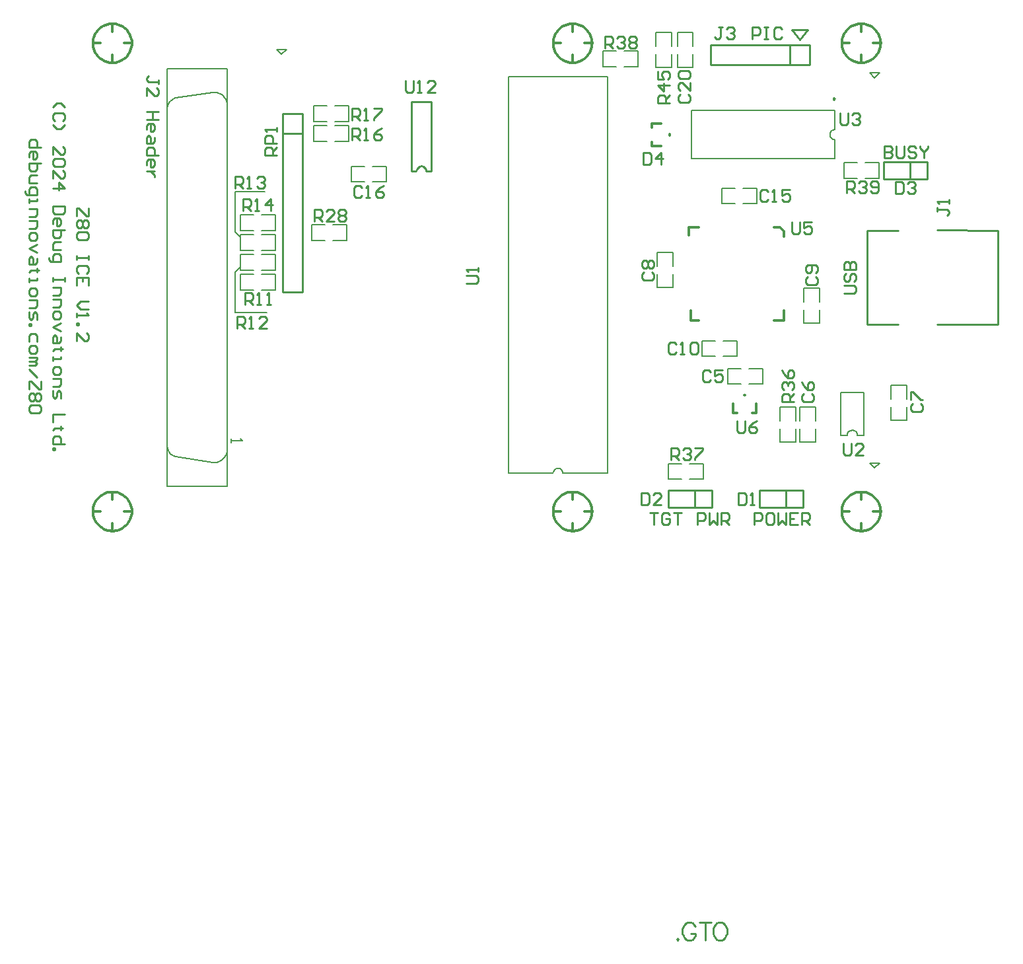
<source format=gto>
%FSLAX44Y44*%
%MOMM*%
G71*
G01*
G75*
%ADD10C,0.2000*%
%ADD11O,0.6000X2.2000*%
%ADD12O,0.6000X2.2000*%
%ADD13R,1.5240X1.5240*%
%ADD14R,1.5240X1.2700*%
%ADD15R,1.2700X1.5240*%
%ADD16O,2.0320X0.6096*%
%ADD17R,0.4064X1.9050*%
%ADD18R,1.9050X0.4064*%
%ADD19C,1.0000*%
%ADD20R,0.9144X0.9144*%
%ADD21R,1.2700X0.9144*%
%ADD22R,1.5000X0.4000*%
%ADD23R,0.9144X1.2700*%
%ADD24C,0.2540*%
%ADD25C,0.3000*%
%ADD26C,1.0000*%
%ADD27C,0.5000*%
%ADD28C,0.8000*%
%ADD29C,0.6000*%
%ADD30C,0.2286*%
%ADD31C,1.6000*%
%ADD32R,1.6000X1.6000*%
%ADD33C,1.5000*%
%ADD34R,1.5000X1.5000*%
%ADD35C,1.4500*%
%ADD36R,1.4500X1.4500*%
%ADD37C,1.6510*%
%ADD38C,3.6000*%
%ADD39C,0.8000*%
%ADD40O,2.5400X0.7500*%
%ADD41R,2.5400X0.7500*%
%ADD42C,0.4000*%
%ADD43C,0.7000*%
%ADD44C,0.2500*%
%ADD45C,0.3048*%
%ADD46C,0.1500*%
D10*
X3074086Y2425547D02*
X3071656Y2425064D01*
X3069596Y2423687D01*
X3068219Y2421627D01*
X3067736Y2419197D01*
X3068219Y2416767D01*
X3069596Y2414707D01*
X3071656Y2413331D01*
X3074086Y2412847D01*
X3103179Y2033977D02*
X3102678Y2036496D01*
X3101251Y2038632D01*
X3099115Y2040059D01*
X3096596Y2040560D01*
X3094077Y2040059D01*
X3091941Y2038632D01*
X3090514Y2036496D01*
X3090013Y2033977D01*
X2725546Y1985137D02*
X2725062Y1987567D01*
X2723686Y1989627D01*
X2721626Y1991004D01*
X2719196Y1991487D01*
X2716766Y1991004D01*
X2714706Y1989627D01*
X2713329Y1987567D01*
X2712846Y1985137D01*
X2276290Y1999226D02*
X2278825Y1999069D01*
X2281354Y1999306D01*
X2283815Y1999933D01*
X2286150Y2000932D01*
X2288302Y2002282D01*
X2290218Y2003948D01*
X2291854Y2005891D01*
X2293169Y2008064D01*
X2294131Y2010414D01*
X2294718Y2012885D01*
X2294916Y2015417D01*
X2217916Y2021767D02*
X2218113Y2019248D01*
X2218699Y2016790D01*
X2219660Y2014453D01*
X2220974Y2012295D01*
X2222606Y2010366D01*
X2224519Y2008715D01*
X2226665Y2007382D01*
X2228993Y2006398D01*
X2228993Y2466236D02*
X2226665Y2465252D01*
X2224519Y2463919D01*
X2222606Y2462268D01*
X2220974Y2460339D01*
X2219660Y2458181D01*
X2218699Y2455844D01*
X2218113Y2453386D01*
X2217916Y2450867D01*
X2294916Y2457217D02*
X2294718Y2459749D01*
X2294131Y2462220D01*
X2293169Y2464570D01*
X2291854Y2466743D01*
X2290218Y2468686D01*
X2288302Y2470352D01*
X2286150Y2471702D01*
X2283815Y2472701D01*
X2281354Y2473327D01*
X2278825Y2473565D01*
X2276290Y2473408D01*
X2890086Y2388197D02*
X3074086D01*
X2890086Y2450197D02*
X3074086D01*
X2890086Y2388197D02*
Y2450197D01*
X3074086Y2388197D02*
Y2412847D01*
Y2425547D02*
Y2450197D01*
X3085542Y2383197D02*
X3102892D01*
X3085542Y2363197D02*
X3102892D01*
X3113052D02*
X3130402D01*
X3113052Y2383197D02*
X3130402D01*
X3085542Y2363197D02*
Y2383197D01*
X3130402Y2363197D02*
Y2383197D01*
X2776658Y2526121D02*
X2794008D01*
X2776658Y2506121D02*
X2794008D01*
X2804168D02*
X2821518D01*
X2804168Y2526121D02*
X2821518D01*
X2776658Y2506121D02*
Y2526121D01*
X2821518Y2506121D02*
Y2526121D01*
X2872168Y2549981D02*
X2892168D01*
X2872168Y2505121D02*
X2892168D01*
X2872168Y2532631D02*
Y2549981D01*
X2892168Y2532631D02*
Y2549981D01*
Y2505121D02*
Y2522471D01*
X2872168Y2505121D02*
Y2522471D01*
X2888016Y1977483D02*
X2905367D01*
X2888016Y1997483D02*
X2905367D01*
X2860506D02*
X2877856D01*
X2860506Y1977483D02*
X2877856D01*
X2905367D02*
Y1997483D01*
X2860506Y1977483D02*
Y1997483D01*
X2364916Y2522017D02*
X2371266Y2528367D01*
X2358566D02*
X2364916Y2522017D01*
X2358566Y2528367D02*
X2371266D01*
X3124916Y1992017D02*
X3131266Y1998367D01*
X3118566D02*
X3124916Y1992017D01*
X3118566Y1998367D02*
X3131266D01*
X3124916Y2492017D02*
X3131266Y2498367D01*
X3118566D02*
X3124916Y2492017D01*
X3118566Y2498367D02*
X3131266D01*
X3081846Y2033977D02*
Y2088477D01*
X3103179Y2033977D02*
X3111346D01*
X3081846D02*
X3090013D01*
X3081846Y2088477D02*
X3111346D01*
Y2033977D02*
Y2088477D01*
X3049236Y2052447D02*
Y2069797D01*
X3029236Y2052447D02*
Y2069797D01*
Y2024937D02*
Y2042287D01*
X3049236Y2024937D02*
Y2042287D01*
X3029236Y2069797D02*
X3049236D01*
X3029236Y2024937D02*
X3049236D01*
X2782696Y1985137D02*
Y2493137D01*
X2655696D02*
X2782696D01*
X2655696Y1985137D02*
Y2493137D01*
Y1985137D02*
X2712846D01*
X2725546D02*
X2782696D01*
X3146076Y2097737D02*
X3166076D01*
X3146076Y2052877D02*
X3166076D01*
X3146076Y2080387D02*
Y2097737D01*
X3166076Y2080387D02*
Y2097737D01*
Y2052877D02*
Y2070227D01*
X3146076Y2052877D02*
Y2070227D01*
X3034316Y2177337D02*
X3054316D01*
X3034316Y2222197D02*
X3054316D01*
Y2177337D02*
Y2194687D01*
X3034316Y2177337D02*
Y2194687D01*
Y2204847D02*
Y2222197D01*
X3054316Y2204847D02*
Y2222197D01*
X2903776Y2135157D02*
Y2155157D01*
X2948636Y2135157D02*
Y2155157D01*
X2903776Y2135157D02*
X2921126D01*
X2903776Y2155157D02*
X2921126D01*
X2931286D02*
X2948636D01*
X2931286Y2135157D02*
X2948636D01*
X2929176Y2330737D02*
Y2350737D01*
X2974036Y2330737D02*
Y2350737D01*
X2929176Y2330737D02*
X2946526D01*
X2929176Y2350737D02*
X2946526D01*
X2956686D02*
X2974036D01*
X2956686Y2330737D02*
X2974036D01*
X2499056Y2358677D02*
Y2378677D01*
X2454196Y2358677D02*
Y2378677D01*
X2481706D02*
X2499056D01*
X2481706Y2358677D02*
X2499056D01*
X2454196D02*
X2471546D01*
X2454196Y2378677D02*
X2471546D01*
X3023836Y2052447D02*
Y2069797D01*
X3003836Y2052447D02*
Y2069797D01*
Y2024937D02*
Y2042287D01*
X3023836Y2024937D02*
Y2042287D01*
X3003836Y2069797D02*
X3023836D01*
X3003836Y2024937D02*
X3023836D01*
X2866356Y2250567D02*
Y2267917D01*
X2846356Y2250567D02*
Y2267917D01*
Y2223057D02*
Y2240407D01*
X2866356Y2223057D02*
Y2240407D01*
X2846356Y2267917D02*
X2866356D01*
X2846356Y2223057D02*
X2866356D01*
X2936796Y2119597D02*
X2954146D01*
X2936796Y2099597D02*
X2954146D01*
X2964306D02*
X2981656D01*
X2964306Y2119597D02*
X2981656D01*
X2936796Y2099597D02*
Y2119597D01*
X2981656Y2099597D02*
Y2119597D01*
X2405936Y2435867D02*
Y2455867D01*
X2450796Y2435867D02*
Y2455867D01*
X2405936Y2435867D02*
X2423286D01*
X2405936Y2455867D02*
X2423286D01*
X2433446D02*
X2450796D01*
X2433446Y2435867D02*
X2450796D01*
X2405936Y2410467D02*
Y2430467D01*
X2450796Y2410467D02*
Y2430467D01*
X2405936Y2410467D02*
X2423286D01*
X2405936Y2430467D02*
X2423286D01*
X2433446D02*
X2450796D01*
X2433446Y2410467D02*
X2450796D01*
X2311930Y2296167D02*
Y2316167D01*
X2356790Y2296167D02*
Y2316167D01*
X2311930Y2296167D02*
X2329280D01*
X2311930Y2316167D02*
X2329280D01*
X2339440D02*
X2356790D01*
X2339440Y2296167D02*
X2356790D01*
X2339440Y2270767D02*
X2356790D01*
X2339440Y2290767D02*
X2356790D01*
X2311930D02*
X2329280D01*
X2311930Y2270767D02*
X2329280D01*
X2356790D02*
Y2290767D01*
X2311930Y2270767D02*
Y2290767D01*
X2403396Y2283467D02*
Y2303467D01*
X2448256Y2283467D02*
Y2303467D01*
X2403396Y2283467D02*
X2420746D01*
X2403396Y2303467D02*
X2420746D01*
X2430906D02*
X2448256D01*
X2430906Y2283467D02*
X2448256D01*
X2311930Y2245367D02*
Y2265367D01*
X2356790Y2245367D02*
Y2265367D01*
X2311930Y2245367D02*
X2329280D01*
X2311930Y2265367D02*
X2329280D01*
X2339440D02*
X2356790D01*
X2339440Y2245367D02*
X2356790D01*
X2311930Y2219967D02*
Y2239967D01*
X2356790Y2219967D02*
Y2239967D01*
X2311930Y2219967D02*
X2329280D01*
X2311930Y2239967D02*
X2329280D01*
X2339440D02*
X2356790D01*
X2339440Y2219967D02*
X2356790D01*
X2228993Y2466236D02*
X2276290Y2473408D01*
X2228993Y2006398D02*
X2276290Y1999226D01*
X2217916Y1968767D02*
Y2503767D01*
Y1968767D02*
X2294916D01*
Y2503767D01*
X2217916D02*
X2294916D01*
X2844753Y2505121D02*
Y2522471D01*
X2864753Y2505121D02*
Y2522471D01*
Y2532631D02*
Y2549981D01*
X2844753Y2532631D02*
Y2549981D01*
Y2505121D02*
X2864753D01*
X2844753Y2549981D02*
X2864753D01*
X2305176Y2242543D02*
X2311930Y2249297D01*
X2305176Y2190877D02*
Y2242543D01*
Y2294151D02*
X2311930Y2287397D01*
X2305176Y2294151D02*
Y2345817D01*
X2343276D01*
X2305176Y2190877D02*
X2345816D01*
D24*
X2550286Y2372487D02*
X2549802Y2374917D01*
X2548426Y2376977D01*
X2546366Y2378354D01*
X2543936Y2378837D01*
X2541506Y2378354D01*
X2539446Y2376977D01*
X2538069Y2374917D01*
X2537586Y2372487D01*
X3136340Y2384197D02*
X3192630D01*
X3136340Y2362197D02*
X3192630D01*
X3136340D02*
Y2384197D01*
X3192630Y2362197D02*
Y2384197D01*
X3170310Y2362197D02*
Y2384197D01*
X3019076Y2553577D02*
X3039076D01*
X3029076Y2541077D02*
X3039076Y2553577D01*
X3019076D02*
X3029076Y2541077D01*
X3016376Y2508377D02*
Y2533777D01*
X3041776Y2508377D02*
Y2533777D01*
X2914776Y2508377D02*
X3041776D01*
X2914776Y2533777D02*
X3041776D01*
X2914776Y2508377D02*
Y2533777D01*
X2860596Y1963117D02*
X2916886D01*
X2860596Y1941117D02*
X2916886D01*
X2860596D02*
Y1963117D01*
X2916886Y1941117D02*
Y1963117D01*
X2894566Y1941117D02*
Y1963117D01*
X2977436D02*
X3033726D01*
X2977436Y1941117D02*
X3033726D01*
X2977436D02*
Y1963117D01*
X3033726Y1941117D02*
Y1963117D01*
X3011406Y1941117D02*
Y1963117D01*
X2550286Y2372487D02*
X2556636D01*
X2531236D02*
X2537586D01*
X2531236D02*
Y2461387D01*
X2556636D01*
Y2372487D02*
Y2461387D01*
X2366136Y2217417D02*
Y2446017D01*
Y2217417D02*
X2391536D01*
Y2446017D01*
X2366136D02*
X2391536D01*
X2366136Y2420617D02*
X2391536D01*
X3204916Y2296817D02*
X3283166Y2296567D01*
Y2175817D02*
Y2296567D01*
X3204916Y2175817D02*
X3283166D01*
X3115916Y2175817D02*
X3155416D01*
X3115916Y2175817D02*
Y2296567D01*
X3115916Y2296567D02*
X3155416D01*
X2523616Y2488052D02*
Y2475356D01*
X2526155Y2472817D01*
X2531233D01*
X2533772Y2475356D01*
Y2488052D01*
X2538851Y2472817D02*
X2543929D01*
X2541390D01*
Y2488052D01*
X2538851Y2485513D01*
X2561703Y2472817D02*
X2551547D01*
X2561703Y2482974D01*
Y2485513D01*
X2559164Y2488052D01*
X2554086D01*
X2551547Y2485513D01*
X3088850Y2344777D02*
Y2360012D01*
X3096467D01*
X3099007Y2357473D01*
Y2352395D01*
X3096467Y2349855D01*
X3088850D01*
X3093928D02*
X3099007Y2344777D01*
X3104085Y2357473D02*
X3106624Y2360012D01*
X3111702D01*
X3114242Y2357473D01*
Y2354934D01*
X3111702Y2352395D01*
X3109163D01*
X3111702D01*
X3114242Y2349855D01*
Y2347316D01*
X3111702Y2344777D01*
X3106624D01*
X3104085Y2347316D01*
X3119320D02*
X3121859Y2344777D01*
X3126938D01*
X3129477Y2347316D01*
Y2357473D01*
X3126938Y2360012D01*
X3121859D01*
X3119320Y2357473D01*
Y2354934D01*
X3121859Y2352395D01*
X3129477D01*
X2779028Y2529669D02*
Y2544904D01*
X2786645D01*
X2789184Y2542365D01*
Y2537287D01*
X2786645Y2534747D01*
X2779028D01*
X2784106D02*
X2789184Y2529669D01*
X2794263Y2542365D02*
X2796802Y2544904D01*
X2801880D01*
X2804419Y2542365D01*
Y2539826D01*
X2801880Y2537287D01*
X2799341D01*
X2801880D01*
X2804419Y2534747D01*
Y2532208D01*
X2801880Y2529669D01*
X2796802D01*
X2794263Y2532208D01*
X2809498Y2542365D02*
X2812037Y2544904D01*
X2817115D01*
X2819655Y2542365D01*
Y2539826D01*
X2817115Y2537287D01*
X2819655Y2534747D01*
Y2532208D01*
X2817115Y2529669D01*
X2812037D01*
X2809498Y2532208D01*
Y2534747D01*
X2812037Y2537287D01*
X2809498Y2539826D01*
Y2542365D01*
X2812037Y2537287D02*
X2817115D01*
X2828527Y2396486D02*
Y2381251D01*
X2836144D01*
X2838683Y2383790D01*
Y2393947D01*
X2836144Y2396486D01*
X2828527D01*
X2851379Y2381251D02*
Y2396486D01*
X2843762Y2388869D01*
X2853918D01*
X3137849Y2404270D02*
Y2389035D01*
X3145467D01*
X3148006Y2391575D01*
Y2394114D01*
X3145467Y2396653D01*
X3137849D01*
X3145467D01*
X3148006Y2399192D01*
Y2401731D01*
X3145467Y2404270D01*
X3137849D01*
X3153084D02*
Y2391575D01*
X3155623Y2389035D01*
X3160702D01*
X3163241Y2391575D01*
Y2404270D01*
X3178476Y2401731D02*
X3175937Y2404270D01*
X3170858D01*
X3168319Y2401731D01*
Y2399192D01*
X3170858Y2396653D01*
X3175937D01*
X3178476Y2394114D01*
Y2391575D01*
X3175937Y2389035D01*
X3170858D01*
X3168319Y2391575D01*
X3183554Y2404270D02*
Y2401731D01*
X3188633Y2396653D01*
X3193711Y2401731D01*
Y2404270D01*
X3188633Y2396653D02*
Y2389035D01*
X3151973Y2358526D02*
Y2343291D01*
X3159590D01*
X3162130Y2345830D01*
Y2355987D01*
X3159590Y2358526D01*
X3151973D01*
X3167208Y2355987D02*
X3169747Y2358526D01*
X3174825D01*
X3177365Y2355987D01*
Y2353448D01*
X3174825Y2350908D01*
X3172286D01*
X3174825D01*
X3177365Y2348369D01*
Y2345830D01*
X3174825Y2343291D01*
X3169747D01*
X3167208Y2345830D01*
X2949053Y2051980D02*
Y2039284D01*
X2951592Y2036745D01*
X2956670D01*
X2959209Y2039284D01*
Y2051980D01*
X2974445D02*
X2969366Y2049441D01*
X2964288Y2044363D01*
Y2039284D01*
X2966827Y2036745D01*
X2971905D01*
X2974445Y2039284D01*
Y2041824D01*
X2971905Y2044363D01*
X2964288D01*
X3018590Y2306902D02*
Y2294207D01*
X3021129Y2291667D01*
X3026208D01*
X3028747Y2294207D01*
Y2306902D01*
X3043982D02*
X3033825D01*
Y2299285D01*
X3038904Y2301824D01*
X3041443D01*
X3043982Y2299285D01*
Y2294207D01*
X3041443Y2291667D01*
X3036365D01*
X3033825Y2294207D01*
X3080941Y2446499D02*
Y2433803D01*
X3083480Y2431264D01*
X3088558D01*
X3091097Y2433803D01*
Y2446499D01*
X3096176Y2443960D02*
X3098715Y2446499D01*
X3103793D01*
X3106332Y2443960D01*
Y2441420D01*
X3103793Y2438881D01*
X3101254D01*
X3103793D01*
X3106332Y2436342D01*
Y2433803D01*
X3103793Y2431264D01*
X3098715D01*
X3096176Y2433803D01*
X3084956Y2023232D02*
Y2010536D01*
X3087495Y2007997D01*
X3092573D01*
X3095113Y2010536D01*
Y2023232D01*
X3110348Y2007997D02*
X3100191D01*
X3110348Y2018154D01*
Y2020693D01*
X3107808Y2023232D01*
X3102730D01*
X3100191Y2020693D01*
X2601526Y2228727D02*
X2614222D01*
X2616761Y2231266D01*
Y2236344D01*
X2614222Y2238883D01*
X2601526D01*
X2616761Y2243962D02*
Y2249040D01*
Y2246501D01*
X2601526D01*
X2604065Y2243962D01*
X2358516Y2392677D02*
X2343281D01*
Y2400294D01*
X2345820Y2402834D01*
X2350898D01*
X2353437Y2400294D01*
Y2392677D01*
Y2397755D02*
X2358516Y2402834D01*
Y2407912D02*
X2343281D01*
Y2415530D01*
X2345820Y2418069D01*
X2350898D01*
X2353437Y2415530D01*
Y2407912D01*
X2358516Y2423147D02*
Y2428226D01*
Y2425686D01*
X2343281D01*
X2345820Y2423147D01*
X2968116Y2541397D02*
Y2556632D01*
X2975733D01*
X2978272Y2554093D01*
Y2549014D01*
X2975733Y2546475D01*
X2968116D01*
X2983351Y2556632D02*
X2988429D01*
X2985890D01*
Y2541397D01*
X2983351D01*
X2988429D01*
X3006203Y2554093D02*
X3003664Y2556632D01*
X2998586D01*
X2996047Y2554093D01*
Y2543936D01*
X2998586Y2541397D01*
X3003664D01*
X3006203Y2543936D01*
X2930013Y2556632D02*
X2924934D01*
X2927473D01*
Y2543936D01*
X2924934Y2541397D01*
X2922395D01*
X2919856Y2543936D01*
X2935091Y2554093D02*
X2937630Y2556632D01*
X2942708D01*
X2945247Y2554093D01*
Y2551554D01*
X2942708Y2549014D01*
X2940169D01*
X2942708D01*
X2945247Y2546475D01*
Y2543936D01*
X2942708Y2541397D01*
X2937630D01*
X2935091Y2543936D01*
X3086217Y2215710D02*
X3098913D01*
X3101452Y2218250D01*
Y2223328D01*
X3098913Y2225867D01*
X3086217D01*
X3088756Y2241102D02*
X3086217Y2238563D01*
Y2233485D01*
X3088756Y2230945D01*
X3091295D01*
X3093835Y2233485D01*
Y2238563D01*
X3096374Y2241102D01*
X3098913D01*
X3101452Y2238563D01*
Y2233485D01*
X3098913Y2230945D01*
X3086217Y2246181D02*
X3101452D01*
Y2253798D01*
X3098913Y2256337D01*
X3096374D01*
X3093835Y2253798D01*
Y2246181D01*
Y2253798D01*
X3091295Y2256337D01*
X3088756D01*
X3086217Y2253798D01*
Y2246181D01*
X3205261Y2325494D02*
Y2320415D01*
Y2322955D01*
X3217957D01*
X3220496Y2320415D01*
Y2317876D01*
X3217957Y2315337D01*
X3220496Y2330572D02*
Y2335650D01*
Y2333111D01*
X3205261D01*
X3207800Y2330572D01*
X2836916Y1934332D02*
X2847072D01*
X2841994D01*
Y1919097D01*
X2862307Y1931793D02*
X2859768Y1934332D01*
X2854690D01*
X2852151Y1931793D01*
Y1921636D01*
X2854690Y1919097D01*
X2859768D01*
X2862307Y1921636D01*
Y1926714D01*
X2857229D01*
X2867386Y1934332D02*
X2877543D01*
X2872464D01*
Y1919097D01*
X2897856D02*
Y1934332D01*
X2905474D01*
X2908013Y1931793D01*
Y1926714D01*
X2905474Y1924175D01*
X2897856D01*
X2913091Y1934332D02*
Y1919097D01*
X2918169Y1924175D01*
X2923248Y1919097D01*
Y1934332D01*
X2928326Y1919097D02*
Y1934332D01*
X2935944D01*
X2938483Y1931793D01*
Y1926714D01*
X2935944Y1924175D01*
X2928326D01*
X2933405D02*
X2938483Y1919097D01*
X2825876Y1959732D02*
Y1944497D01*
X2833493D01*
X2836032Y1947036D01*
Y1957193D01*
X2833493Y1959732D01*
X2825876D01*
X2851267Y1944497D02*
X2841111D01*
X2851267Y1954654D01*
Y1957193D01*
X2848728Y1959732D01*
X2843650D01*
X2841111Y1957193D01*
X2970656Y1919097D02*
Y1934332D01*
X2978273D01*
X2980812Y1931793D01*
Y1926714D01*
X2978273Y1924175D01*
X2970656D01*
X2993508Y1934332D02*
X2988430D01*
X2985891Y1931793D01*
Y1921636D01*
X2988430Y1919097D01*
X2993508D01*
X2996047Y1921636D01*
Y1931793D01*
X2993508Y1934332D01*
X3001126D02*
Y1919097D01*
X3006204Y1924175D01*
X3011283Y1919097D01*
Y1934332D01*
X3026518D02*
X3016361D01*
Y1919097D01*
X3026518D01*
X3016361Y1926714D02*
X3021439D01*
X3031596Y1919097D02*
Y1934332D01*
X3039214D01*
X3041753Y1931793D01*
Y1926714D01*
X3039214Y1924175D01*
X3031596D01*
X3036674D02*
X3041753Y1919097D01*
X2950336Y1959732D02*
Y1944497D01*
X2957953D01*
X2960493Y1947036D01*
Y1957193D01*
X2957953Y1959732D01*
X2950336D01*
X2965571Y1944497D02*
X2970649D01*
X2968110D01*
Y1959732D01*
X2965571Y1957193D01*
X2467733Y2350893D02*
X2465193Y2353432D01*
X2460115D01*
X2457576Y2350893D01*
Y2340736D01*
X2460115Y2338197D01*
X2465193D01*
X2467733Y2340736D01*
X2472811Y2338197D02*
X2477889D01*
X2475350D01*
Y2353432D01*
X2472811Y2350893D01*
X2495663Y2353432D02*
X2490585Y2350893D01*
X2485507Y2345815D01*
Y2340736D01*
X2488046Y2338197D01*
X2493124D01*
X2495663Y2340736D01*
Y2343275D01*
X2493124Y2345815D01*
X2485507D01*
X2988433Y2345813D02*
X2985893Y2348352D01*
X2980815D01*
X2978276Y2345813D01*
Y2335656D01*
X2980815Y2333117D01*
X2985893D01*
X2988433Y2335656D01*
X2993511Y2333117D02*
X2998589D01*
X2996050D01*
Y2348352D01*
X2993511Y2345813D01*
X3016364Y2348352D02*
X3006207D01*
Y2340735D01*
X3011285Y2343274D01*
X3013824D01*
X3016364Y2340735D01*
Y2335656D01*
X3013824Y2333117D01*
X3008746D01*
X3006207Y2335656D01*
X2870639Y2150225D02*
X2868100Y2152764D01*
X2863022D01*
X2860482Y2150225D01*
Y2140069D01*
X2863022Y2137529D01*
X2868100D01*
X2870639Y2140069D01*
X2875717Y2137529D02*
X2880796D01*
X2878257D01*
Y2152764D01*
X2875717Y2150225D01*
X2888413D02*
X2890952Y2152764D01*
X2896031D01*
X2898570Y2150225D01*
Y2140069D01*
X2896031Y2137529D01*
X2890952D01*
X2888413Y2140069D01*
Y2150225D01*
X3039240Y2236594D02*
X3036701Y2234055D01*
Y2228976D01*
X3039240Y2226437D01*
X3049396D01*
X3051936Y2228976D01*
Y2234055D01*
X3049396Y2236594D01*
Y2241672D02*
X3051936Y2244211D01*
Y2249290D01*
X3049396Y2251829D01*
X3039240D01*
X3036701Y2249290D01*
Y2244211D01*
X3039240Y2241672D01*
X3041779D01*
X3044318Y2244211D01*
Y2251829D01*
X2829344Y2242918D02*
X2826805Y2240379D01*
Y2235300D01*
X2829344Y2232761D01*
X2839500D01*
X2842040Y2235300D01*
Y2240379D01*
X2839500Y2242918D01*
X2829344Y2247996D02*
X2826805Y2250535D01*
Y2255614D01*
X2829344Y2258153D01*
X2831883D01*
X2834422Y2255614D01*
X2836961Y2258153D01*
X2839500D01*
X2842040Y2255614D01*
Y2250535D01*
X2839500Y2247996D01*
X2836961D01*
X2834422Y2250535D01*
X2831883Y2247996D01*
X2829344D01*
X2834422Y2250535D02*
Y2255614D01*
X3173860Y2074034D02*
X3171321Y2071494D01*
Y2066416D01*
X3173860Y2063877D01*
X3184016D01*
X3186556Y2066416D01*
Y2071494D01*
X3184016Y2074034D01*
X3171321Y2079112D02*
Y2089269D01*
X3173860D01*
X3184016Y2079112D01*
X3186556D01*
X3034160Y2086734D02*
X3031621Y2084194D01*
Y2079116D01*
X3034160Y2076577D01*
X3044316D01*
X3046856Y2079116D01*
Y2084194D01*
X3044316Y2086734D01*
X3031621Y2101969D02*
X3034160Y2096890D01*
X3039238Y2091812D01*
X3044316D01*
X3046856Y2094351D01*
Y2099430D01*
X3044316Y2101969D01*
X3041777D01*
X3039238Y2099430D01*
Y2091812D01*
X2914773Y2114673D02*
X2912233Y2117212D01*
X2907155D01*
X2904616Y2114673D01*
Y2104516D01*
X2907155Y2101977D01*
X2912233D01*
X2914773Y2104516D01*
X2930008Y2117212D02*
X2919851D01*
Y2109595D01*
X2924929Y2112134D01*
X2927468D01*
X2930008Y2109595D01*
Y2104516D01*
X2927468Y2101977D01*
X2922390D01*
X2919851Y2104516D01*
X3021456Y2076577D02*
X3006221D01*
Y2084194D01*
X3008760Y2086734D01*
X3013838D01*
X3016377Y2084194D01*
Y2076577D01*
Y2081655D02*
X3021456Y2086734D01*
X3008760Y2091812D02*
X3006221Y2094351D01*
Y2099430D01*
X3008760Y2101969D01*
X3011299D01*
X3013838Y2099430D01*
Y2096890D01*
Y2099430D01*
X3016377Y2101969D01*
X3018917D01*
X3021456Y2099430D01*
Y2094351D01*
X3018917Y2091812D01*
X3006221Y2117204D02*
X3008760Y2112126D01*
X3013838Y2107047D01*
X3018917D01*
X3021456Y2109586D01*
Y2114665D01*
X3018917Y2117204D01*
X3016377D01*
X3013838Y2114665D01*
Y2107047D01*
X2863886Y2002723D02*
Y2017958D01*
X2871504D01*
X2874043Y2015419D01*
Y2010340D01*
X2871504Y2007801D01*
X2863886D01*
X2868965D02*
X2874043Y2002723D01*
X2879121Y2015419D02*
X2881660Y2017958D01*
X2886739D01*
X2889278Y2015419D01*
Y2012879D01*
X2886739Y2010340D01*
X2884200D01*
X2886739D01*
X2889278Y2007801D01*
Y2005262D01*
X2886739Y2002723D01*
X2881660D01*
X2879121Y2005262D01*
X2894356Y2017958D02*
X2904513D01*
Y2015419D01*
X2894356Y2005262D01*
Y2002723D01*
X2455036Y2437257D02*
Y2452492D01*
X2462653D01*
X2465193Y2449953D01*
Y2444875D01*
X2462653Y2442335D01*
X2455036D01*
X2460114D02*
X2465193Y2437257D01*
X2470271D02*
X2475349D01*
X2472810D01*
Y2452492D01*
X2470271Y2449953D01*
X2482967Y2452492D02*
X2493123D01*
Y2449953D01*
X2482967Y2439796D01*
Y2437257D01*
X2455036Y2411857D02*
Y2427092D01*
X2462653D01*
X2465193Y2424553D01*
Y2419474D01*
X2462653Y2416935D01*
X2455036D01*
X2460114D02*
X2465193Y2411857D01*
X2470271D02*
X2475349D01*
X2472810D01*
Y2427092D01*
X2470271Y2424553D01*
X2493123Y2427092D02*
X2488045Y2424553D01*
X2482967Y2419474D01*
Y2414396D01*
X2485506Y2411857D01*
X2490584D01*
X2493123Y2414396D01*
Y2416935D01*
X2490584Y2419474D01*
X2482967D01*
X2406776Y2307717D02*
Y2322952D01*
X2414393D01*
X2416933Y2320413D01*
Y2315334D01*
X2414393Y2312795D01*
X2406776D01*
X2411854D02*
X2416933Y2307717D01*
X2432168D02*
X2422011D01*
X2432168Y2317874D01*
Y2320413D01*
X2429628Y2322952D01*
X2424550D01*
X2422011Y2320413D01*
X2437246D02*
X2439785Y2322952D01*
X2444863D01*
X2447403Y2320413D01*
Y2317874D01*
X2444863Y2315334D01*
X2447403Y2312795D01*
Y2310256D01*
X2444863Y2307717D01*
X2439785D01*
X2437246Y2310256D01*
Y2312795D01*
X2439785Y2315334D01*
X2437246Y2317874D01*
Y2320413D01*
X2439785Y2315334D02*
X2444863D01*
X2315310Y2321407D02*
Y2336642D01*
X2322927D01*
X2325466Y2334103D01*
Y2329025D01*
X2322927Y2326485D01*
X2315310D01*
X2320388D02*
X2325466Y2321407D01*
X2330545D02*
X2335623D01*
X2333084D01*
Y2336642D01*
X2330545Y2334103D01*
X2350858Y2321407D02*
Y2336642D01*
X2343241Y2329025D01*
X2353397D01*
X2305176Y2350317D02*
Y2365552D01*
X2312793D01*
X2315332Y2363013D01*
Y2357935D01*
X2312793Y2355395D01*
X2305176D01*
X2310254D02*
X2315332Y2350317D01*
X2320411D02*
X2325489D01*
X2322950D01*
Y2365552D01*
X2320411Y2363013D01*
X2333107D02*
X2335646Y2365552D01*
X2340724D01*
X2343263Y2363013D01*
Y2360474D01*
X2340724Y2357935D01*
X2338185D01*
X2340724D01*
X2343263Y2355395D01*
Y2352856D01*
X2340724Y2350317D01*
X2335646D01*
X2333107Y2352856D01*
X2307484Y2171125D02*
Y2186360D01*
X2315102D01*
X2317641Y2183821D01*
Y2178743D01*
X2315102Y2176204D01*
X2307484D01*
X2312563D02*
X2317641Y2171125D01*
X2322719D02*
X2327798D01*
X2325259D01*
Y2186360D01*
X2322719Y2183821D01*
X2345572Y2171125D02*
X2335415D01*
X2345572Y2181282D01*
Y2183821D01*
X2343033Y2186360D01*
X2337955D01*
X2335415Y2183821D01*
X2317876Y2201037D02*
Y2216272D01*
X2325493D01*
X2328033Y2213733D01*
Y2208654D01*
X2325493Y2206115D01*
X2317876D01*
X2322954D02*
X2328033Y2201037D01*
X2333111D02*
X2338189D01*
X2335650D01*
Y2216272D01*
X2333111Y2213733D01*
X2345807Y2201037D02*
X2350885D01*
X2348346D01*
Y2216272D01*
X2345807Y2213733D01*
X2207187Y2448915D02*
X2191952D01*
X2199569D01*
Y2438758D01*
X2207187D01*
X2191952D01*
Y2426062D02*
Y2431141D01*
X2194491Y2433680D01*
X2199569D01*
X2202108Y2431141D01*
Y2426062D01*
X2199569Y2423523D01*
X2197030D01*
Y2433680D01*
X2202108Y2415906D02*
Y2410827D01*
X2199569Y2408288D01*
X2191952D01*
Y2415906D01*
X2194491Y2418445D01*
X2197030Y2415906D01*
Y2408288D01*
X2207187Y2393053D02*
X2191952D01*
Y2400671D01*
X2194491Y2403210D01*
X2199569D01*
X2202108Y2400671D01*
Y2393053D01*
X2191952Y2380357D02*
Y2385435D01*
X2194491Y2387975D01*
X2199569D01*
X2202108Y2385435D01*
Y2380357D01*
X2199569Y2377818D01*
X2197030D01*
Y2387975D01*
X2202108Y2372740D02*
X2191952D01*
X2197030D01*
X2199569Y2370200D01*
X2202108Y2367661D01*
Y2365122D01*
X2207187Y2484478D02*
Y2489557D01*
Y2487018D01*
X2194491D01*
X2191952Y2489557D01*
Y2492096D01*
X2194491Y2494635D01*
X2191952Y2469243D02*
Y2479400D01*
X2202108Y2469243D01*
X2204648D01*
X2207187Y2471782D01*
Y2476861D01*
X2204648Y2479400D01*
X2876049Y2470474D02*
X2873510Y2467935D01*
Y2462856D01*
X2876049Y2460317D01*
X2886206D01*
X2888745Y2462856D01*
Y2467935D01*
X2886206Y2470474D01*
X2888745Y2485709D02*
Y2475552D01*
X2878588Y2485709D01*
X2876049D01*
X2873510Y2483170D01*
Y2478091D01*
X2876049Y2475552D01*
Y2490787D02*
X2873510Y2493326D01*
Y2498405D01*
X2876049Y2500944D01*
X2886206D01*
X2888745Y2498405D01*
Y2493326D01*
X2886206Y2490787D01*
X2876049D01*
X2862737Y2459847D02*
X2847501D01*
Y2467464D01*
X2850041Y2470004D01*
X2855119D01*
X2857658Y2467464D01*
Y2459847D01*
Y2464925D02*
X2862737Y2470004D01*
Y2482699D02*
X2847501D01*
X2855119Y2475082D01*
Y2485239D01*
X2847501Y2500474D02*
Y2490317D01*
X2855119D01*
X2852580Y2495395D01*
Y2497935D01*
X2855119Y2500474D01*
X2860197D01*
X2862737Y2497935D01*
Y2492856D01*
X2860197Y2490317D01*
X2071454Y2454239D02*
X2076532Y2459317D01*
X2081611D01*
X2086689Y2454239D01*
X2084150Y2436464D02*
X2086689Y2439004D01*
Y2444082D01*
X2084150Y2446621D01*
X2073993D01*
X2071454Y2444082D01*
Y2439004D01*
X2073993Y2436464D01*
X2071454Y2431386D02*
X2076532Y2426308D01*
X2081611D01*
X2086689Y2431386D01*
X2071454Y2393298D02*
Y2403455D01*
X2081611Y2393298D01*
X2084150D01*
X2086689Y2395838D01*
Y2400916D01*
X2084150Y2403455D01*
Y2388220D02*
X2086689Y2385681D01*
Y2380603D01*
X2084150Y2378063D01*
X2073993D01*
X2071454Y2380603D01*
Y2385681D01*
X2073993Y2388220D01*
X2084150D01*
X2071454Y2362828D02*
Y2372985D01*
X2081611Y2362828D01*
X2084150D01*
X2086689Y2365367D01*
Y2370446D01*
X2084150Y2372985D01*
X2071454Y2350132D02*
X2086689D01*
X2079072Y2357750D01*
Y2347593D01*
X2086689Y2327280D02*
X2071454D01*
Y2319662D01*
X2073993Y2317123D01*
X2084150D01*
X2086689Y2319662D01*
Y2327280D01*
X2071454Y2304427D02*
Y2309505D01*
X2073993Y2312045D01*
X2079072D01*
X2081611Y2309505D01*
Y2304427D01*
X2079072Y2301888D01*
X2076532D01*
Y2312045D01*
X2086689Y2296810D02*
X2071454D01*
Y2289192D01*
X2073993Y2286653D01*
X2076532D01*
X2079072D01*
X2081611Y2289192D01*
Y2296810D01*
Y2281575D02*
X2073993D01*
X2071454Y2279035D01*
Y2271418D01*
X2081611D01*
X2066376Y2261261D02*
Y2258722D01*
X2068915Y2256183D01*
X2081611D01*
Y2263800D01*
X2079072Y2266339D01*
X2073993D01*
X2071454Y2263800D01*
Y2256183D01*
X2086689Y2235869D02*
Y2230791D01*
Y2233330D01*
X2071454D01*
Y2235869D01*
Y2230791D01*
Y2223173D02*
X2081611D01*
Y2215556D01*
X2079072Y2213017D01*
X2071454D01*
Y2207938D02*
X2081611D01*
Y2200321D01*
X2079072Y2197782D01*
X2071454D01*
Y2190164D02*
Y2185086D01*
X2073993Y2182547D01*
X2079072D01*
X2081611Y2185086D01*
Y2190164D01*
X2079072Y2192703D01*
X2073993D01*
X2071454Y2190164D01*
X2081611Y2177468D02*
X2071454Y2172390D01*
X2081611Y2167312D01*
Y2159694D02*
Y2154616D01*
X2079072Y2152076D01*
X2071454D01*
Y2159694D01*
X2073993Y2162233D01*
X2076532Y2159694D01*
Y2152076D01*
X2084150Y2144459D02*
X2081611D01*
Y2146998D01*
Y2141920D01*
Y2144459D01*
X2073993D01*
X2071454Y2141920D01*
Y2134302D02*
Y2129224D01*
Y2131763D01*
X2081611D01*
Y2134302D01*
X2071454Y2119067D02*
Y2113989D01*
X2073993Y2111449D01*
X2079072D01*
X2081611Y2113989D01*
Y2119067D01*
X2079072Y2121606D01*
X2073993D01*
X2071454Y2119067D01*
Y2106371D02*
X2081611D01*
Y2098754D01*
X2079072Y2096214D01*
X2071454D01*
Y2091136D02*
Y2083519D01*
X2073993Y2080979D01*
X2076532Y2083519D01*
Y2088597D01*
X2079072Y2091136D01*
X2081611Y2088597D01*
Y2080979D01*
X2086689Y2060666D02*
X2071454D01*
Y2050509D01*
X2084150Y2042892D02*
X2081611D01*
Y2045431D01*
Y2040353D01*
Y2042892D01*
X2073993D01*
X2071454Y2040353D01*
X2086689Y2022578D02*
X2071454D01*
Y2030196D01*
X2073993Y2032735D01*
X2079072D01*
X2081611Y2030196D01*
Y2022578D01*
X2071454Y2017500D02*
X2073993D01*
Y2014961D01*
X2071454D01*
Y2017500D01*
X2117279Y2325317D02*
Y2315160D01*
X2114740D01*
X2104583Y2325317D01*
X2102044D01*
Y2315160D01*
X2114740Y2310082D02*
X2117279Y2307543D01*
Y2302464D01*
X2114740Y2299925D01*
X2112201D01*
X2109661Y2302464D01*
X2107122Y2299925D01*
X2104583D01*
X2102044Y2302464D01*
Y2307543D01*
X2104583Y2310082D01*
X2107122D01*
X2109661Y2307543D01*
X2112201Y2310082D01*
X2114740D01*
X2109661Y2307543D02*
Y2302464D01*
X2114740Y2294847D02*
X2117279Y2292308D01*
Y2287229D01*
X2114740Y2284690D01*
X2104583D01*
X2102044Y2287229D01*
Y2292308D01*
X2104583Y2294847D01*
X2114740D01*
X2117279Y2264377D02*
Y2259298D01*
Y2261837D01*
X2102044D01*
Y2264377D01*
Y2259298D01*
X2114740Y2241524D02*
X2117279Y2244063D01*
Y2249142D01*
X2114740Y2251681D01*
X2104583D01*
X2102044Y2249142D01*
Y2244063D01*
X2104583Y2241524D01*
X2117279Y2226289D02*
Y2236446D01*
X2102044D01*
Y2226289D01*
X2109661Y2236446D02*
Y2231367D01*
X2117279Y2205976D02*
X2107122D01*
X2102044Y2200897D01*
X2107122Y2195819D01*
X2117279D01*
X2102044Y2190741D02*
Y2185662D01*
Y2188201D01*
X2117279D01*
X2114740Y2190741D01*
X2102044Y2178045D02*
X2104583D01*
Y2175506D01*
X2102044D01*
Y2178045D01*
Y2155192D02*
Y2165349D01*
X2112201Y2155192D01*
X2114740D01*
X2117279Y2157731D01*
Y2162810D01*
X2114740Y2165349D01*
X2056649Y2402461D02*
X2041414D01*
Y2410079D01*
X2043953Y2412618D01*
X2049031D01*
X2051570Y2410079D01*
Y2402461D01*
X2041414Y2389765D02*
Y2394843D01*
X2043953Y2397383D01*
X2049031D01*
X2051570Y2394843D01*
Y2389765D01*
X2049031Y2387226D01*
X2046492D01*
Y2397383D01*
X2056649Y2382148D02*
X2041414D01*
Y2374530D01*
X2043953Y2371991D01*
X2046492D01*
X2049031D01*
X2051570Y2374530D01*
Y2382148D01*
Y2366913D02*
X2043953D01*
X2041414Y2364373D01*
Y2356756D01*
X2051570D01*
X2036335Y2346599D02*
Y2344060D01*
X2038875Y2341521D01*
X2051570D01*
Y2349138D01*
X2049031Y2351678D01*
X2043953D01*
X2041414Y2349138D01*
Y2341521D01*
Y2336442D02*
Y2331364D01*
Y2333903D01*
X2051570D01*
Y2336442D01*
X2041414Y2323747D02*
X2051570D01*
Y2316129D01*
X2049031Y2313590D01*
X2041414D01*
Y2308512D02*
X2051570D01*
Y2300894D01*
X2049031Y2298355D01*
X2041414D01*
Y2290737D02*
Y2285659D01*
X2043953Y2283120D01*
X2049031D01*
X2051570Y2285659D01*
Y2290737D01*
X2049031Y2293276D01*
X2043953D01*
X2041414Y2290737D01*
X2051570Y2278041D02*
X2041414Y2272963D01*
X2051570Y2267885D01*
Y2260267D02*
Y2255189D01*
X2049031Y2252650D01*
X2041414D01*
Y2260267D01*
X2043953Y2262806D01*
X2046492Y2260267D01*
Y2252650D01*
X2054110Y2245032D02*
X2051570D01*
Y2247571D01*
Y2242493D01*
Y2245032D01*
X2043953D01*
X2041414Y2242493D01*
Y2234875D02*
Y2229797D01*
Y2232336D01*
X2051570D01*
Y2234875D01*
X2041414Y2219640D02*
Y2214562D01*
X2043953Y2212023D01*
X2049031D01*
X2051570Y2214562D01*
Y2219640D01*
X2049031Y2222179D01*
X2043953D01*
X2041414Y2219640D01*
Y2206944D02*
X2051570D01*
Y2199327D01*
X2049031Y2196788D01*
X2041414D01*
Y2191709D02*
Y2184092D01*
X2043953Y2181553D01*
X2046492Y2184092D01*
Y2189170D01*
X2049031Y2191709D01*
X2051570Y2189170D01*
Y2181553D01*
X2041414Y2176474D02*
X2043953D01*
Y2173935D01*
X2041414D01*
Y2176474D01*
X2051570Y2153622D02*
Y2161239D01*
X2049031Y2163778D01*
X2043953D01*
X2041414Y2161239D01*
Y2153622D01*
Y2146004D02*
Y2140926D01*
X2043953Y2138387D01*
X2049031D01*
X2051570Y2140926D01*
Y2146004D01*
X2049031Y2148543D01*
X2043953D01*
X2041414Y2146004D01*
Y2133308D02*
X2051570D01*
Y2130769D01*
X2049031Y2128230D01*
X2041414D01*
X2049031D01*
X2051570Y2125691D01*
X2049031Y2123152D01*
X2041414D01*
Y2118073D02*
X2051570Y2107916D01*
X2056649Y2102838D02*
Y2092681D01*
X2054110D01*
X2043953Y2102838D01*
X2041414D01*
Y2092681D01*
X2054110Y2087603D02*
X2056649Y2085064D01*
Y2079985D01*
X2054110Y2077446D01*
X2051570D01*
X2049031Y2079985D01*
X2046492Y2077446D01*
X2043953D01*
X2041414Y2079985D01*
Y2085064D01*
X2043953Y2087603D01*
X2046492D01*
X2049031Y2085064D01*
X2051570Y2087603D01*
X2054110D01*
X2049031Y2085064D02*
Y2079985D01*
X2054110Y2072368D02*
X2056649Y2069829D01*
Y2064750D01*
X2054110Y2062211D01*
X2043953D01*
X2041414Y2064750D01*
Y2069829D01*
X2043953Y2072368D01*
X2054110D01*
D25*
X2172916Y1936317D02*
X2172787Y1938846D01*
X2172404Y1941349D01*
X2171769Y1943801D01*
X2170890Y1946176D01*
X2169774Y1948450D01*
X2168435Y1950599D01*
X2166885Y1952601D01*
X2165140Y1954437D01*
X2163218Y1956086D01*
X2161140Y1957533D01*
X2158926Y1958762D01*
X2156598Y1959761D01*
X2154182Y1960519D01*
X2151701Y1961029D01*
X2149182Y1961285D01*
X2146649D01*
X2144130Y1961029D01*
X2141649Y1960519D01*
X2139233Y1959761D01*
X2136906Y1958762D01*
X2134692Y1957533D01*
X2132613Y1956086D01*
X2130692Y1954437D01*
X2128947Y1952601D01*
X2127397Y1950599D01*
X2126057Y1948450D01*
X2124942Y1946176D01*
X2124062Y1943801D01*
X2123427Y1941349D01*
X2123044Y1938846D01*
X2122916Y1936317D01*
X2123044Y1933788D01*
X2123427Y1931284D01*
X2124062Y1928833D01*
X2124942Y1926458D01*
X2126057Y1924184D01*
X2127397Y1922035D01*
X2128947Y1920033D01*
X2130692Y1918197D01*
X2132613Y1916548D01*
X2134692Y1915101D01*
X2136906Y1913872D01*
X2139233Y1912873D01*
X2141649Y1912115D01*
X2144130Y1911605D01*
X2146649Y1911349D01*
X2149182D01*
X2151702Y1911605D01*
X2154182Y1912115D01*
X2156598Y1912873D01*
X2158926Y1913872D01*
X2161140Y1915101D01*
X2163218Y1916548D01*
X2165140Y1918197D01*
X2166885Y1920033D01*
X2168435Y1922035D01*
X2169774Y1924185D01*
X2170890Y1926458D01*
X2171769Y1928833D01*
X2172404Y1931285D01*
X2172787Y1933788D01*
X2172916Y1936317D01*
Y2536317D02*
X2172787Y2538846D01*
X2172404Y2541349D01*
X2171769Y2543801D01*
X2170890Y2546176D01*
X2169774Y2548450D01*
X2168435Y2550599D01*
X2166885Y2552601D01*
X2165140Y2554437D01*
X2163218Y2556086D01*
X2161140Y2557533D01*
X2158926Y2558762D01*
X2156598Y2559761D01*
X2154182Y2560519D01*
X2151701Y2561029D01*
X2149182Y2561285D01*
X2146649D01*
X2144130Y2561029D01*
X2141649Y2560519D01*
X2139233Y2559761D01*
X2136906Y2558762D01*
X2134692Y2557533D01*
X2132613Y2556086D01*
X2130692Y2554437D01*
X2128947Y2552601D01*
X2127397Y2550599D01*
X2126057Y2548450D01*
X2124942Y2546176D01*
X2124062Y2543801D01*
X2123427Y2541349D01*
X2123044Y2538846D01*
X2122916Y2536317D01*
X2123044Y2533788D01*
X2123427Y2531284D01*
X2124062Y2528833D01*
X2124942Y2526458D01*
X2126057Y2524184D01*
X2127397Y2522035D01*
X2128947Y2520033D01*
X2130692Y2518197D01*
X2132613Y2516548D01*
X2134692Y2515101D01*
X2136906Y2513872D01*
X2139233Y2512873D01*
X2141649Y2512115D01*
X2144130Y2511605D01*
X2146649Y2511349D01*
X2149182D01*
X2151702Y2511605D01*
X2154182Y2512115D01*
X2156598Y2512873D01*
X2158926Y2513872D01*
X2161140Y2515101D01*
X2163218Y2516548D01*
X2165140Y2518197D01*
X2166885Y2520033D01*
X2168435Y2522035D01*
X2169774Y2524185D01*
X2170890Y2526458D01*
X2171769Y2528833D01*
X2172404Y2531285D01*
X2172787Y2533788D01*
X2172916Y2536317D01*
X3132916D02*
X3132787Y2538846D01*
X3132404Y2541349D01*
X3131769Y2543801D01*
X3130890Y2546176D01*
X3129774Y2548450D01*
X3128435Y2550599D01*
X3126885Y2552601D01*
X3125140Y2554437D01*
X3123218Y2556086D01*
X3121140Y2557533D01*
X3118925Y2558762D01*
X3116599Y2559761D01*
X3114182Y2560519D01*
X3111701Y2561029D01*
X3109182Y2561285D01*
X3106649D01*
X3104130Y2561029D01*
X3101649Y2560519D01*
X3099233Y2559761D01*
X3096906Y2558762D01*
X3094691Y2557533D01*
X3092613Y2556086D01*
X3090692Y2554437D01*
X3088947Y2552601D01*
X3087397Y2550599D01*
X3086057Y2548450D01*
X3084942Y2546176D01*
X3084062Y2543801D01*
X3083427Y2541349D01*
X3083044Y2538846D01*
X3082916Y2536317D01*
X3083044Y2533788D01*
X3083427Y2531284D01*
X3084062Y2528833D01*
X3084942Y2526458D01*
X3086057Y2524184D01*
X3087397Y2522035D01*
X3088947Y2520033D01*
X3090692Y2518197D01*
X3092613Y2516548D01*
X3094692Y2515101D01*
X3096906Y2513872D01*
X3099233Y2512873D01*
X3101649Y2512115D01*
X3104130Y2511605D01*
X3106649Y2511349D01*
X3109182D01*
X3111701Y2511605D01*
X3114182Y2512115D01*
X3116599Y2512873D01*
X3118925Y2513872D01*
X3121140Y2515101D01*
X3123218Y2516548D01*
X3125140Y2518197D01*
X3126885Y2520033D01*
X3128435Y2522035D01*
X3129774Y2524185D01*
X3130890Y2526458D01*
X3131769Y2528833D01*
X3132404Y2531285D01*
X3132787Y2533788D01*
X3132916Y2536317D01*
X2762916D02*
X2762787Y2538846D01*
X2762404Y2541349D01*
X2761769Y2543801D01*
X2760890Y2546176D01*
X2759774Y2548450D01*
X2758435Y2550599D01*
X2756885Y2552601D01*
X2755140Y2554437D01*
X2753218Y2556086D01*
X2751140Y2557533D01*
X2748925Y2558762D01*
X2746599Y2559761D01*
X2744182Y2560519D01*
X2741701Y2561029D01*
X2739182Y2561285D01*
X2736649D01*
X2734130Y2561029D01*
X2731649Y2560519D01*
X2729233Y2559761D01*
X2726906Y2558762D01*
X2724691Y2557533D01*
X2722613Y2556086D01*
X2720692Y2554437D01*
X2718947Y2552601D01*
X2717397Y2550599D01*
X2716057Y2548450D01*
X2714942Y2546176D01*
X2714062Y2543801D01*
X2713427Y2541349D01*
X2713044Y2538846D01*
X2712916Y2536317D01*
X2713044Y2533788D01*
X2713427Y2531284D01*
X2714062Y2528833D01*
X2714942Y2526458D01*
X2716057Y2524184D01*
X2717397Y2522035D01*
X2718947Y2520033D01*
X2720692Y2518197D01*
X2722613Y2516548D01*
X2724692Y2515101D01*
X2726906Y2513872D01*
X2729233Y2512873D01*
X2731649Y2512115D01*
X2734130Y2511605D01*
X2736649Y2511349D01*
X2739182D01*
X2741701Y2511605D01*
X2744182Y2512115D01*
X2746599Y2512873D01*
X2748925Y2513872D01*
X2751140Y2515101D01*
X2753218Y2516548D01*
X2755140Y2518197D01*
X2756885Y2520033D01*
X2758435Y2522035D01*
X2759774Y2524185D01*
X2760890Y2526458D01*
X2761769Y2528833D01*
X2762404Y2531285D01*
X2762787Y2533788D01*
X2762916Y2536317D01*
X3132916Y1936317D02*
X3132787Y1938846D01*
X3132404Y1941349D01*
X3131769Y1943801D01*
X3130890Y1946176D01*
X3129774Y1948450D01*
X3128435Y1950599D01*
X3126885Y1952601D01*
X3125140Y1954437D01*
X3123218Y1956086D01*
X3121140Y1957533D01*
X3118925Y1958762D01*
X3116599Y1959761D01*
X3114182Y1960519D01*
X3111701Y1961029D01*
X3109182Y1961285D01*
X3106649D01*
X3104130Y1961029D01*
X3101649Y1960519D01*
X3099233Y1959761D01*
X3096906Y1958762D01*
X3094691Y1957533D01*
X3092613Y1956086D01*
X3090692Y1954437D01*
X3088947Y1952601D01*
X3087397Y1950599D01*
X3086057Y1948450D01*
X3084942Y1946176D01*
X3084062Y1943801D01*
X3083427Y1941349D01*
X3083044Y1938846D01*
X3082916Y1936317D01*
X3083044Y1933788D01*
X3083427Y1931284D01*
X3084062Y1928833D01*
X3084942Y1926458D01*
X3086057Y1924184D01*
X3087397Y1922035D01*
X3088947Y1920033D01*
X3090692Y1918197D01*
X3092613Y1916548D01*
X3094692Y1915101D01*
X3096906Y1913872D01*
X3099233Y1912873D01*
X3101649Y1912115D01*
X3104130Y1911605D01*
X3106649Y1911349D01*
X3109182D01*
X3111701Y1911605D01*
X3114182Y1912115D01*
X3116599Y1912873D01*
X3118925Y1913872D01*
X3121140Y1915101D01*
X3123218Y1916548D01*
X3125140Y1918197D01*
X3126885Y1920033D01*
X3128435Y1922035D01*
X3129774Y1924185D01*
X3130890Y1926458D01*
X3131769Y1928833D01*
X3132404Y1931285D01*
X3132787Y1933788D01*
X3132916Y1936317D01*
X2762916D02*
X2762787Y1938846D01*
X2762404Y1941349D01*
X2761769Y1943801D01*
X2760890Y1946176D01*
X2759774Y1948450D01*
X2758435Y1950599D01*
X2756885Y1952601D01*
X2755140Y1954437D01*
X2753218Y1956086D01*
X2751140Y1957533D01*
X2748925Y1958762D01*
X2746599Y1959761D01*
X2744182Y1960519D01*
X2741701Y1961029D01*
X2739182Y1961285D01*
X2736649D01*
X2734130Y1961029D01*
X2731649Y1960519D01*
X2729233Y1959761D01*
X2726906Y1958762D01*
X2724691Y1957533D01*
X2722613Y1956086D01*
X2720692Y1954437D01*
X2718947Y1952601D01*
X2717397Y1950599D01*
X2716057Y1948450D01*
X2714942Y1946176D01*
X2714062Y1943801D01*
X2713427Y1941349D01*
X2713044Y1938846D01*
X2712916Y1936317D01*
X2713044Y1933788D01*
X2713427Y1931284D01*
X2714062Y1928833D01*
X2714942Y1926458D01*
X2716057Y1924184D01*
X2717397Y1922035D01*
X2718947Y1920033D01*
X2720692Y1918197D01*
X2722613Y1916548D01*
X2724692Y1915101D01*
X2726906Y1913872D01*
X2729233Y1912873D01*
X2731649Y1912115D01*
X2734130Y1911605D01*
X2736649Y1911349D01*
X2739182D01*
X2741701Y1911605D01*
X2744182Y1912115D01*
X2746599Y1912873D01*
X2748925Y1913872D01*
X2751140Y1915101D01*
X2753218Y1916548D01*
X2755140Y1918197D01*
X2756885Y1920033D01*
X2758435Y1922035D01*
X2759774Y1924185D01*
X2760890Y1926458D01*
X2761769Y1928833D01*
X2762404Y1931285D01*
X2762787Y1933788D01*
X2762916Y1936317D01*
X2147916Y1911317D02*
Y1921317D01*
X2122916Y1936317D02*
X2132916D01*
X2162916D02*
X2172916D01*
X2147916Y1951317D02*
Y1961317D01*
Y2511317D02*
Y2521317D01*
X2122916Y2536317D02*
X2132916D01*
X2162916D02*
X2172916D01*
X2147916Y2551317D02*
Y2561317D01*
X3107916Y2511317D02*
Y2521317D01*
X3082916Y2536317D02*
X3092916D01*
X3122916D02*
X3132916D01*
X3107916Y2551317D02*
Y2561317D01*
X2737916Y2511317D02*
Y2521317D01*
X2712916Y2536317D02*
X2722916D01*
X2752916D02*
X2762916D01*
X2737916Y2551317D02*
Y2561317D01*
X3107916Y1911317D02*
Y1921317D01*
X3082916Y1936317D02*
X3092916D01*
X3122916D02*
X3132916D01*
X3107916Y1951317D02*
Y1961317D01*
X2737916Y1911317D02*
Y1921317D01*
X2712916Y1936317D02*
X2722916D01*
X2752916D02*
X2762916D01*
X2737916Y1951317D02*
Y1961317D01*
D30*
X2872684Y1389144D02*
X2871596Y1388055D01*
X2872684Y1386967D01*
X2873772Y1388055D01*
X2872684Y1389144D01*
X2895104Y1404380D02*
X2894016Y1406557D01*
X2891839Y1408734D01*
X2889662Y1409822D01*
X2885309D01*
X2883132Y1408734D01*
X2880956Y1406557D01*
X2879867Y1404380D01*
X2878779Y1401115D01*
Y1395674D01*
X2879867Y1392409D01*
X2880956Y1390232D01*
X2883132Y1388055D01*
X2885309Y1386967D01*
X2889662D01*
X2891839Y1388055D01*
X2894016Y1390232D01*
X2895104Y1392409D01*
Y1395674D01*
X2889662D02*
X2895104D01*
X2907946Y1409822D02*
Y1386967D01*
X2900328Y1409822D02*
X2915565D01*
X2924815D02*
X2922639Y1408734D01*
X2920462Y1406557D01*
X2919374Y1404380D01*
X2918286Y1401115D01*
Y1395674D01*
X2919374Y1392409D01*
X2920462Y1390232D01*
X2922639Y1388055D01*
X2924815Y1386967D01*
X2929169D01*
X2931346Y1388055D01*
X2933522Y1390232D01*
X2934611Y1392409D01*
X2935699Y1395674D01*
Y1401115D01*
X2934611Y1404380D01*
X2933522Y1406557D01*
X2931346Y1408734D01*
X2929169Y1409822D01*
X2924815D01*
D44*
X3074386Y2465197D02*
X3072511Y2466279D01*
Y2464115D01*
X3074386Y2465197D01*
D45*
X2839846Y2404237D02*
Y2409317D01*
X2862706Y2418207D02*
Y2419477D01*
X2839846Y2428367D02*
Y2433447D01*
Y2404237D02*
X2851276D01*
X2839846Y2433447D02*
X2851276D01*
X2943986Y2062607D02*
Y2074037D01*
X2973196Y2062607D02*
Y2074037D01*
X2943986Y2062607D02*
X2949066D01*
X2957956Y2085467D02*
X2959226D01*
X2968116Y2062607D02*
X2973196D01*
X3008756Y2288667D02*
Y2295017D01*
Y2180717D02*
Y2193417D01*
X2889376Y2180717D02*
Y2193417D01*
X2886836Y2289937D02*
Y2300097D01*
X2996056D02*
X3003676D01*
X2996056Y2180717D02*
X3008756D01*
X2889376D02*
X2899536D01*
X2886836Y2300097D02*
X2899536D01*
X3003676D02*
X3008756Y2295017D01*
D46*
X2299916Y2029267D02*
Y2024269D01*
Y2026768D01*
X2314911D01*
X2312412Y2029267D01*
M02*

</source>
